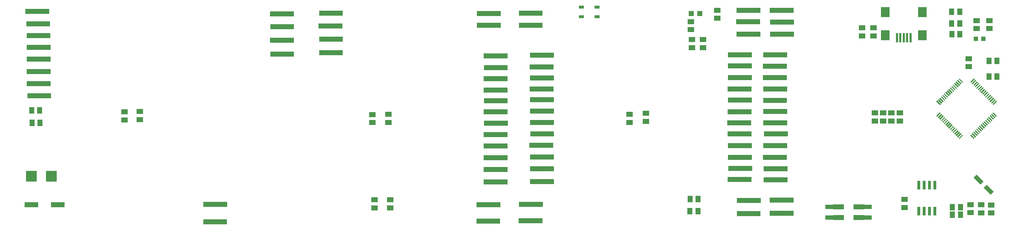
<source format=gbr>
G04 #@! TF.FileFunction,Paste,Top*
%FSLAX46Y46*%
G04 Gerber Fmt 4.6, Leading zero omitted, Abs format (unit mm)*
G04 Created by KiCad (PCBNEW 4.0.6) date 05/08/17 07:22:45*
%MOMM*%
%LPD*%
G01*
G04 APERTURE LIST*
%ADD10C,0.100000*%
%ADD11R,1.500000X1.300000*%
%ADD12R,1.300000X1.500000*%
%ADD13R,2.000000X2.400000*%
%ADD14R,0.500000X2.308000*%
%ADD15R,1.200000X1.200000*%
%ADD16R,0.660400X2.032000*%
%ADD17C,1.100000*%
%ADD18R,0.635000X1.270000*%
%ADD19R,1.100000X1.000000*%
%ADD20R,2.006600X1.092200*%
%ADD21R,2.540000X1.143000*%
%ADD22R,3.300000X1.300000*%
%ADD23R,2.540000X2.540000*%
%ADD24R,1.200000X0.700000*%
G04 APERTURE END LIST*
D10*
D11*
X260004500Y-125907700D03*
X260004500Y-127807700D03*
X262392100Y-125958500D03*
X262392100Y-127858500D03*
D12*
X253212500Y-126451300D03*
X255112500Y-126451300D03*
D13*
X246040300Y-85628300D03*
D14*
X243240300Y-86192300D03*
X242440300Y-86192300D03*
X241640300Y-86192300D03*
X240840300Y-86192300D03*
X240040300Y-86192300D03*
D13*
X246040300Y-80128300D03*
X237240300Y-85628300D03*
X237240300Y-80128300D03*
D15*
X191161900Y-80426500D03*
X193261900Y-80426500D03*
D12*
X253034700Y-80045500D03*
X254934700Y-80045500D03*
D11*
X241827100Y-124644700D03*
X241827100Y-126544700D03*
D12*
X253187100Y-128254700D03*
X255087100Y-128254700D03*
D11*
X257489900Y-127782300D03*
X257489900Y-125882300D03*
X234807700Y-104089100D03*
X234807700Y-105989100D03*
X231759700Y-85745300D03*
X231759700Y-83845300D03*
X176540100Y-104393900D03*
X176540100Y-106293900D03*
X115471300Y-104449900D03*
X115471300Y-106349900D03*
X56642300Y-103820300D03*
X56642300Y-105720300D03*
X191071100Y-82356700D03*
X191071100Y-84256700D03*
X234426700Y-85719900D03*
X234426700Y-83819900D03*
D16*
X249006300Y-121269700D03*
X249006300Y-127416500D03*
X247736300Y-121269700D03*
X246466300Y-121269700D03*
X247736300Y-127416500D03*
X246466300Y-127416500D03*
X245196300Y-121269700D03*
X245196300Y-127416500D03*
D10*
G36*
X249575143Y-104941688D02*
X249363011Y-104729556D01*
X250211539Y-103881028D01*
X250423671Y-104093160D01*
X249575143Y-104941688D01*
X249575143Y-104941688D01*
G37*
G36*
X249928696Y-105295242D02*
X249716564Y-105083110D01*
X250565092Y-104234582D01*
X250777224Y-104446714D01*
X249928696Y-105295242D01*
X249928696Y-105295242D01*
G37*
G36*
X250282250Y-105648795D02*
X250070118Y-105436663D01*
X250918646Y-104588135D01*
X251130778Y-104800267D01*
X250282250Y-105648795D01*
X250282250Y-105648795D01*
G37*
G36*
X250635803Y-106002348D02*
X250423671Y-105790216D01*
X251272199Y-104941688D01*
X251484331Y-105153820D01*
X250635803Y-106002348D01*
X250635803Y-106002348D01*
G37*
G36*
X250989356Y-106355902D02*
X250777224Y-106143770D01*
X251625752Y-105295242D01*
X251837884Y-105507374D01*
X250989356Y-106355902D01*
X250989356Y-106355902D01*
G37*
G36*
X251342910Y-106709455D02*
X251130778Y-106497323D01*
X251979306Y-105648795D01*
X252191438Y-105860927D01*
X251342910Y-106709455D01*
X251342910Y-106709455D01*
G37*
G36*
X251696463Y-107063009D02*
X251484331Y-106850877D01*
X252332859Y-106002349D01*
X252544991Y-106214481D01*
X251696463Y-107063009D01*
X251696463Y-107063009D01*
G37*
G36*
X252050017Y-107416562D02*
X251837885Y-107204430D01*
X252686413Y-106355902D01*
X252898545Y-106568034D01*
X252050017Y-107416562D01*
X252050017Y-107416562D01*
G37*
G36*
X252403570Y-107770115D02*
X252191438Y-107557983D01*
X253039966Y-106709455D01*
X253252098Y-106921587D01*
X252403570Y-107770115D01*
X252403570Y-107770115D01*
G37*
G36*
X252757123Y-108123669D02*
X252544991Y-107911537D01*
X253393519Y-107063009D01*
X253605651Y-107275141D01*
X252757123Y-108123669D01*
X252757123Y-108123669D01*
G37*
G36*
X253110677Y-108477222D02*
X252898545Y-108265090D01*
X253747073Y-107416562D01*
X253959205Y-107628694D01*
X253110677Y-108477222D01*
X253110677Y-108477222D01*
G37*
G36*
X253464230Y-108830776D02*
X253252098Y-108618644D01*
X254100626Y-107770116D01*
X254312758Y-107982248D01*
X253464230Y-108830776D01*
X253464230Y-108830776D01*
G37*
G36*
X253817784Y-109184329D02*
X253605652Y-108972197D01*
X254454180Y-108123669D01*
X254666312Y-108335801D01*
X253817784Y-109184329D01*
X253817784Y-109184329D01*
G37*
G36*
X254171337Y-109537882D02*
X253959205Y-109325750D01*
X254807733Y-108477222D01*
X255019865Y-108689354D01*
X254171337Y-109537882D01*
X254171337Y-109537882D01*
G37*
G36*
X254524890Y-109891436D02*
X254312758Y-109679304D01*
X255161286Y-108830776D01*
X255373418Y-109042908D01*
X254524890Y-109891436D01*
X254524890Y-109891436D01*
G37*
G36*
X254878444Y-110244989D02*
X254666312Y-110032857D01*
X255514840Y-109184329D01*
X255726972Y-109396461D01*
X254878444Y-110244989D01*
X254878444Y-110244989D01*
G37*
G36*
X258272556Y-110244989D02*
X257424028Y-109396461D01*
X257636160Y-109184329D01*
X258484688Y-110032857D01*
X258272556Y-110244989D01*
X258272556Y-110244989D01*
G37*
G36*
X258626110Y-109891436D02*
X257777582Y-109042908D01*
X257989714Y-108830776D01*
X258838242Y-109679304D01*
X258626110Y-109891436D01*
X258626110Y-109891436D01*
G37*
G36*
X258979663Y-109537882D02*
X258131135Y-108689354D01*
X258343267Y-108477222D01*
X259191795Y-109325750D01*
X258979663Y-109537882D01*
X258979663Y-109537882D01*
G37*
G36*
X259333216Y-109184329D02*
X258484688Y-108335801D01*
X258696820Y-108123669D01*
X259545348Y-108972197D01*
X259333216Y-109184329D01*
X259333216Y-109184329D01*
G37*
G36*
X259686770Y-108830776D02*
X258838242Y-107982248D01*
X259050374Y-107770116D01*
X259898902Y-108618644D01*
X259686770Y-108830776D01*
X259686770Y-108830776D01*
G37*
G36*
X260040323Y-108477222D02*
X259191795Y-107628694D01*
X259403927Y-107416562D01*
X260252455Y-108265090D01*
X260040323Y-108477222D01*
X260040323Y-108477222D01*
G37*
G36*
X260393877Y-108123669D02*
X259545349Y-107275141D01*
X259757481Y-107063009D01*
X260606009Y-107911537D01*
X260393877Y-108123669D01*
X260393877Y-108123669D01*
G37*
G36*
X260747430Y-107770115D02*
X259898902Y-106921587D01*
X260111034Y-106709455D01*
X260959562Y-107557983D01*
X260747430Y-107770115D01*
X260747430Y-107770115D01*
G37*
G36*
X261100983Y-107416562D02*
X260252455Y-106568034D01*
X260464587Y-106355902D01*
X261313115Y-107204430D01*
X261100983Y-107416562D01*
X261100983Y-107416562D01*
G37*
G36*
X261454537Y-107063009D02*
X260606009Y-106214481D01*
X260818141Y-106002349D01*
X261666669Y-106850877D01*
X261454537Y-107063009D01*
X261454537Y-107063009D01*
G37*
G36*
X261808090Y-106709455D02*
X260959562Y-105860927D01*
X261171694Y-105648795D01*
X262020222Y-106497323D01*
X261808090Y-106709455D01*
X261808090Y-106709455D01*
G37*
G36*
X262161644Y-106355902D02*
X261313116Y-105507374D01*
X261525248Y-105295242D01*
X262373776Y-106143770D01*
X262161644Y-106355902D01*
X262161644Y-106355902D01*
G37*
G36*
X262515197Y-106002348D02*
X261666669Y-105153820D01*
X261878801Y-104941688D01*
X262727329Y-105790216D01*
X262515197Y-106002348D01*
X262515197Y-106002348D01*
G37*
G36*
X262868750Y-105648795D02*
X262020222Y-104800267D01*
X262232354Y-104588135D01*
X263080882Y-105436663D01*
X262868750Y-105648795D01*
X262868750Y-105648795D01*
G37*
G36*
X263222304Y-105295242D02*
X262373776Y-104446714D01*
X262585908Y-104234582D01*
X263434436Y-105083110D01*
X263222304Y-105295242D01*
X263222304Y-105295242D01*
G37*
G36*
X263575857Y-104941688D02*
X262727329Y-104093160D01*
X262939461Y-103881028D01*
X263787989Y-104729556D01*
X263575857Y-104941688D01*
X263575857Y-104941688D01*
G37*
G36*
X262939461Y-102183972D02*
X262727329Y-101971840D01*
X263575857Y-101123312D01*
X263787989Y-101335444D01*
X262939461Y-102183972D01*
X262939461Y-102183972D01*
G37*
G36*
X262585908Y-101830418D02*
X262373776Y-101618286D01*
X263222304Y-100769758D01*
X263434436Y-100981890D01*
X262585908Y-101830418D01*
X262585908Y-101830418D01*
G37*
G36*
X262232354Y-101476865D02*
X262020222Y-101264733D01*
X262868750Y-100416205D01*
X263080882Y-100628337D01*
X262232354Y-101476865D01*
X262232354Y-101476865D01*
G37*
G36*
X261878801Y-101123312D02*
X261666669Y-100911180D01*
X262515197Y-100062652D01*
X262727329Y-100274784D01*
X261878801Y-101123312D01*
X261878801Y-101123312D01*
G37*
G36*
X261525248Y-100769758D02*
X261313116Y-100557626D01*
X262161644Y-99709098D01*
X262373776Y-99921230D01*
X261525248Y-100769758D01*
X261525248Y-100769758D01*
G37*
G36*
X261171694Y-100416205D02*
X260959562Y-100204073D01*
X261808090Y-99355545D01*
X262020222Y-99567677D01*
X261171694Y-100416205D01*
X261171694Y-100416205D01*
G37*
G36*
X260818141Y-100062651D02*
X260606009Y-99850519D01*
X261454537Y-99001991D01*
X261666669Y-99214123D01*
X260818141Y-100062651D01*
X260818141Y-100062651D01*
G37*
G36*
X260464587Y-99709098D02*
X260252455Y-99496966D01*
X261100983Y-98648438D01*
X261313115Y-98860570D01*
X260464587Y-99709098D01*
X260464587Y-99709098D01*
G37*
G36*
X260111034Y-99355545D02*
X259898902Y-99143413D01*
X260747430Y-98294885D01*
X260959562Y-98507017D01*
X260111034Y-99355545D01*
X260111034Y-99355545D01*
G37*
G36*
X259757481Y-99001991D02*
X259545349Y-98789859D01*
X260393877Y-97941331D01*
X260606009Y-98153463D01*
X259757481Y-99001991D01*
X259757481Y-99001991D01*
G37*
G36*
X259403927Y-98648438D02*
X259191795Y-98436306D01*
X260040323Y-97587778D01*
X260252455Y-97799910D01*
X259403927Y-98648438D01*
X259403927Y-98648438D01*
G37*
G36*
X259050374Y-98294884D02*
X258838242Y-98082752D01*
X259686770Y-97234224D01*
X259898902Y-97446356D01*
X259050374Y-98294884D01*
X259050374Y-98294884D01*
G37*
G36*
X258696820Y-97941331D02*
X258484688Y-97729199D01*
X259333216Y-96880671D01*
X259545348Y-97092803D01*
X258696820Y-97941331D01*
X258696820Y-97941331D01*
G37*
G36*
X258343267Y-97587778D02*
X258131135Y-97375646D01*
X258979663Y-96527118D01*
X259191795Y-96739250D01*
X258343267Y-97587778D01*
X258343267Y-97587778D01*
G37*
G36*
X257989714Y-97234224D02*
X257777582Y-97022092D01*
X258626110Y-96173564D01*
X258838242Y-96385696D01*
X257989714Y-97234224D01*
X257989714Y-97234224D01*
G37*
G36*
X257636160Y-96880671D02*
X257424028Y-96668539D01*
X258272556Y-95820011D01*
X258484688Y-96032143D01*
X257636160Y-96880671D01*
X257636160Y-96880671D01*
G37*
G36*
X255514840Y-96880671D02*
X254666312Y-96032143D01*
X254878444Y-95820011D01*
X255726972Y-96668539D01*
X255514840Y-96880671D01*
X255514840Y-96880671D01*
G37*
G36*
X255161286Y-97234224D02*
X254312758Y-96385696D01*
X254524890Y-96173564D01*
X255373418Y-97022092D01*
X255161286Y-97234224D01*
X255161286Y-97234224D01*
G37*
G36*
X254807733Y-97587778D02*
X253959205Y-96739250D01*
X254171337Y-96527118D01*
X255019865Y-97375646D01*
X254807733Y-97587778D01*
X254807733Y-97587778D01*
G37*
G36*
X254454180Y-97941331D02*
X253605652Y-97092803D01*
X253817784Y-96880671D01*
X254666312Y-97729199D01*
X254454180Y-97941331D01*
X254454180Y-97941331D01*
G37*
G36*
X254100626Y-98294884D02*
X253252098Y-97446356D01*
X253464230Y-97234224D01*
X254312758Y-98082752D01*
X254100626Y-98294884D01*
X254100626Y-98294884D01*
G37*
G36*
X253747073Y-98648438D02*
X252898545Y-97799910D01*
X253110677Y-97587778D01*
X253959205Y-98436306D01*
X253747073Y-98648438D01*
X253747073Y-98648438D01*
G37*
G36*
X253393519Y-99001991D02*
X252544991Y-98153463D01*
X252757123Y-97941331D01*
X253605651Y-98789859D01*
X253393519Y-99001991D01*
X253393519Y-99001991D01*
G37*
G36*
X253039966Y-99355545D02*
X252191438Y-98507017D01*
X252403570Y-98294885D01*
X253252098Y-99143413D01*
X253039966Y-99355545D01*
X253039966Y-99355545D01*
G37*
G36*
X252686413Y-99709098D02*
X251837885Y-98860570D01*
X252050017Y-98648438D01*
X252898545Y-99496966D01*
X252686413Y-99709098D01*
X252686413Y-99709098D01*
G37*
G36*
X252332859Y-100062651D02*
X251484331Y-99214123D01*
X251696463Y-99001991D01*
X252544991Y-99850519D01*
X252332859Y-100062651D01*
X252332859Y-100062651D01*
G37*
G36*
X251979306Y-100416205D02*
X251130778Y-99567677D01*
X251342910Y-99355545D01*
X252191438Y-100204073D01*
X251979306Y-100416205D01*
X251979306Y-100416205D01*
G37*
G36*
X251625752Y-100769758D02*
X250777224Y-99921230D01*
X250989356Y-99709098D01*
X251837884Y-100557626D01*
X251625752Y-100769758D01*
X251625752Y-100769758D01*
G37*
G36*
X251272199Y-101123312D02*
X250423671Y-100274784D01*
X250635803Y-100062652D01*
X251484331Y-100911180D01*
X251272199Y-101123312D01*
X251272199Y-101123312D01*
G37*
G36*
X250918646Y-101476865D02*
X250070118Y-100628337D01*
X250282250Y-100416205D01*
X251130778Y-101264733D01*
X250918646Y-101476865D01*
X250918646Y-101476865D01*
G37*
G36*
X250565092Y-101830418D02*
X249716564Y-100981890D01*
X249928696Y-100769758D01*
X250777224Y-101618286D01*
X250565092Y-101830418D01*
X250565092Y-101830418D01*
G37*
G36*
X250211539Y-102183972D02*
X249363011Y-101335444D01*
X249575143Y-101123312D01*
X250423671Y-101971840D01*
X250211539Y-102183972D01*
X250211539Y-102183972D01*
G37*
D17*
X211412500Y-90281700D03*
D18*
X211793500Y-90281700D03*
X212428500Y-90281700D03*
X211158500Y-90281700D03*
X210523500Y-90281700D03*
X209888500Y-90281700D03*
X213025400Y-90281700D03*
X213622300Y-90281700D03*
X209266200Y-90281700D03*
X208643900Y-90281700D03*
D17*
X213014500Y-82458500D03*
D18*
X213395500Y-82458500D03*
X214030500Y-82458500D03*
X212760500Y-82458500D03*
X212125500Y-82458500D03*
X211490500Y-82458500D03*
X214627400Y-82458500D03*
X215224300Y-82458500D03*
X210868200Y-82458500D03*
X210245900Y-82458500D03*
D17*
X203057700Y-90281700D03*
D18*
X203438700Y-90281700D03*
X204073700Y-90281700D03*
X202803700Y-90281700D03*
X202168700Y-90281700D03*
X201533700Y-90281700D03*
X204670600Y-90281700D03*
X205267500Y-90281700D03*
X200911400Y-90281700D03*
X200289100Y-90281700D03*
D17*
X205013500Y-82407700D03*
D18*
X205394500Y-82407700D03*
X206029500Y-82407700D03*
X204759500Y-82407700D03*
X204124500Y-82407700D03*
X203489500Y-82407700D03*
X206626400Y-82407700D03*
X207223300Y-82407700D03*
X202867200Y-82407700D03*
X202244900Y-82407700D03*
D17*
X156042300Y-90332500D03*
D18*
X156423300Y-90332500D03*
X157058300Y-90332500D03*
X155788300Y-90332500D03*
X155153300Y-90332500D03*
X154518300Y-90332500D03*
X157655200Y-90332500D03*
X158252100Y-90332500D03*
X153896000Y-90332500D03*
X153273700Y-90332500D03*
D17*
X153375300Y-80324900D03*
D18*
X153756300Y-80324900D03*
X154391300Y-80324900D03*
X153121300Y-80324900D03*
X152486300Y-80324900D03*
X151851300Y-80324900D03*
X154988200Y-80324900D03*
X155585100Y-80324900D03*
X151229000Y-80324900D03*
X150606700Y-80324900D03*
D17*
X145062300Y-90490100D03*
D18*
X145443300Y-90490100D03*
X146078300Y-90490100D03*
X144808300Y-90490100D03*
X144173300Y-90490100D03*
X143538300Y-90490100D03*
X146675200Y-90490100D03*
X147272100Y-90490100D03*
X142916000Y-90490100D03*
X142293700Y-90490100D03*
D17*
X143452700Y-80411500D03*
D18*
X143833700Y-80411500D03*
X144468700Y-80411500D03*
X143198700Y-80411500D03*
X142563700Y-80411500D03*
X141928700Y-80411500D03*
X145065600Y-80411500D03*
X145662500Y-80411500D03*
X141306400Y-80411500D03*
X140684100Y-80411500D03*
D17*
X211386100Y-103718300D03*
D18*
X211767100Y-103718300D03*
X212402100Y-103718300D03*
X211132100Y-103718300D03*
X210497100Y-103718300D03*
X209862100Y-103718300D03*
X212999000Y-103718300D03*
X213595900Y-103718300D03*
X209239800Y-103718300D03*
X208617500Y-103718300D03*
D17*
X202981500Y-103769100D03*
D18*
X203362500Y-103769100D03*
X203997500Y-103769100D03*
X202727500Y-103769100D03*
X202092500Y-103769100D03*
X201457500Y-103769100D03*
X204594400Y-103769100D03*
X205191300Y-103769100D03*
X200835200Y-103769100D03*
X200212900Y-103769100D03*
D17*
X211411500Y-106385300D03*
D18*
X211792500Y-106385300D03*
X212427500Y-106385300D03*
X211157500Y-106385300D03*
X210522500Y-106385300D03*
X209887500Y-106385300D03*
X213024400Y-106385300D03*
X213621300Y-106385300D03*
X209265200Y-106385300D03*
X208642900Y-106385300D03*
D17*
X202879900Y-106385300D03*
D18*
X203260900Y-106385300D03*
X203895900Y-106385300D03*
X202625900Y-106385300D03*
X201990900Y-106385300D03*
X201355900Y-106385300D03*
X204492800Y-106385300D03*
X205089700Y-106385300D03*
X200733600Y-106385300D03*
X200111300Y-106385300D03*
D17*
X156067700Y-106309100D03*
D18*
X156448700Y-106309100D03*
X157083700Y-106309100D03*
X155813700Y-106309100D03*
X155178700Y-106309100D03*
X154543700Y-106309100D03*
X157680600Y-106309100D03*
X158277500Y-106309100D03*
X153921400Y-106309100D03*
X153299100Y-106309100D03*
D17*
X145138500Y-106466700D03*
D18*
X145519500Y-106466700D03*
X146154500Y-106466700D03*
X144884500Y-106466700D03*
X144249500Y-106466700D03*
X143614500Y-106466700D03*
X146751400Y-106466700D03*
X147348300Y-106466700D03*
X142992200Y-106466700D03*
X142369900Y-106466700D03*
D17*
X211587500Y-109077700D03*
D18*
X211968500Y-109077700D03*
X212603500Y-109077700D03*
X211333500Y-109077700D03*
X210698500Y-109077700D03*
X210063500Y-109077700D03*
X213200400Y-109077700D03*
X213797300Y-109077700D03*
X209441200Y-109077700D03*
X208818900Y-109077700D03*
D17*
X202981500Y-109026900D03*
D18*
X203362500Y-109026900D03*
X203997500Y-109026900D03*
X202727500Y-109026900D03*
X202092500Y-109026900D03*
X201457500Y-109026900D03*
X204594400Y-109026900D03*
X205191300Y-109026900D03*
X200835200Y-109026900D03*
X200212900Y-109026900D03*
D17*
X156093100Y-109077700D03*
D18*
X156474100Y-109077700D03*
X157109100Y-109077700D03*
X155839100Y-109077700D03*
X155204100Y-109077700D03*
X154569100Y-109077700D03*
X157706000Y-109077700D03*
X158302900Y-109077700D03*
X153946800Y-109077700D03*
X153324500Y-109077700D03*
D17*
X145011500Y-109235300D03*
D18*
X145392500Y-109235300D03*
X146027500Y-109235300D03*
X144757500Y-109235300D03*
X144122500Y-109235300D03*
X143487500Y-109235300D03*
X146624400Y-109235300D03*
X147221300Y-109235300D03*
X142865200Y-109235300D03*
X142242900Y-109235300D03*
D17*
X145062300Y-95900300D03*
D18*
X145443300Y-95900300D03*
X146078300Y-95900300D03*
X144808300Y-95900300D03*
X144173300Y-95900300D03*
X143538300Y-95900300D03*
X146675200Y-95900300D03*
X147272100Y-95900300D03*
X142916000Y-95900300D03*
X142293700Y-95900300D03*
D17*
X145036900Y-120512900D03*
D18*
X145417900Y-120512900D03*
X146052900Y-120512900D03*
X144782900Y-120512900D03*
X144147900Y-120512900D03*
X143512900Y-120512900D03*
X146649800Y-120512900D03*
X147246700Y-120512900D03*
X142890600Y-120512900D03*
X142268300Y-120512900D03*
D17*
X145011500Y-103799700D03*
D18*
X145392500Y-103799700D03*
X146027500Y-103799700D03*
X144757500Y-103799700D03*
X144122500Y-103799700D03*
X143487500Y-103799700D03*
X146624400Y-103799700D03*
X147221300Y-103799700D03*
X142865200Y-103799700D03*
X142242900Y-103799700D03*
D17*
X145036900Y-111902300D03*
D18*
X145417900Y-111902300D03*
X146052900Y-111902300D03*
X144782900Y-111902300D03*
X144147900Y-111902300D03*
X143512900Y-111902300D03*
X146649800Y-111902300D03*
X147246700Y-111902300D03*
X142890600Y-111902300D03*
X142268300Y-111902300D03*
D17*
X211338100Y-92948700D03*
D18*
X211719100Y-92948700D03*
X212354100Y-92948700D03*
X211084100Y-92948700D03*
X210449100Y-92948700D03*
X209814100Y-92948700D03*
X212951000Y-92948700D03*
X213547900Y-92948700D03*
X209191800Y-92948700D03*
X208569500Y-92948700D03*
D17*
X203006900Y-92897900D03*
D18*
X203387900Y-92897900D03*
X204022900Y-92897900D03*
X202752900Y-92897900D03*
X202117900Y-92897900D03*
X201482900Y-92897900D03*
X204619800Y-92897900D03*
X205216700Y-92897900D03*
X200860600Y-92897900D03*
X200238300Y-92897900D03*
D17*
X211361700Y-114614900D03*
D18*
X211742700Y-114614900D03*
X212377700Y-114614900D03*
X211107700Y-114614900D03*
X210472700Y-114614900D03*
X209837700Y-114614900D03*
X212974600Y-114614900D03*
X213571500Y-114614900D03*
X209215400Y-114614900D03*
X208593100Y-114614900D03*
D17*
X203057700Y-114614900D03*
D18*
X203438700Y-114614900D03*
X204073700Y-114614900D03*
X202803700Y-114614900D03*
X202168700Y-114614900D03*
X201533700Y-114614900D03*
X204670600Y-114614900D03*
X205267500Y-114614900D03*
X200911400Y-114614900D03*
X200289100Y-114614900D03*
D17*
X156016900Y-114513300D03*
D18*
X156397900Y-114513300D03*
X157032900Y-114513300D03*
X155762900Y-114513300D03*
X155127900Y-114513300D03*
X154492900Y-114513300D03*
X157629800Y-114513300D03*
X158226700Y-114513300D03*
X153870600Y-114513300D03*
X153248300Y-114513300D03*
D17*
X145036900Y-114696300D03*
D18*
X145417900Y-114696300D03*
X146052900Y-114696300D03*
X144782900Y-114696300D03*
X144147900Y-114696300D03*
X143512900Y-114696300D03*
X146649800Y-114696300D03*
X147246700Y-114696300D03*
X142890600Y-114696300D03*
X142268300Y-114696300D03*
D17*
X211388900Y-98384300D03*
D18*
X211769900Y-98384300D03*
X212404900Y-98384300D03*
X211134900Y-98384300D03*
X210499900Y-98384300D03*
X209864900Y-98384300D03*
X213001800Y-98384300D03*
X213598700Y-98384300D03*
X209242600Y-98384300D03*
X208620300Y-98384300D03*
D17*
X202981500Y-98409700D03*
D18*
X203362500Y-98409700D03*
X203997500Y-98409700D03*
X202727500Y-98409700D03*
X202092500Y-98409700D03*
X201457500Y-98409700D03*
X204594400Y-98409700D03*
X205191300Y-98409700D03*
X200835200Y-98409700D03*
X200212900Y-98409700D03*
D17*
X155966100Y-98409700D03*
D18*
X156347100Y-98409700D03*
X156982100Y-98409700D03*
X155712100Y-98409700D03*
X155077100Y-98409700D03*
X154442100Y-98409700D03*
X157579000Y-98409700D03*
X158175900Y-98409700D03*
X153819800Y-98409700D03*
X153197500Y-98409700D03*
D17*
X145062300Y-98592700D03*
D18*
X145443300Y-98592700D03*
X146078300Y-98592700D03*
X144808300Y-98592700D03*
X144173300Y-98592700D03*
X143538300Y-98592700D03*
X146675200Y-98592700D03*
X147272100Y-98592700D03*
X142916000Y-98592700D03*
X142293700Y-98592700D03*
D17*
X213014500Y-85354100D03*
D18*
X213395500Y-85354100D03*
X214030500Y-85354100D03*
X212760500Y-85354100D03*
X212125500Y-85354100D03*
X211490500Y-85354100D03*
X214627400Y-85354100D03*
X215224300Y-85354100D03*
X210868200Y-85354100D03*
X210245900Y-85354100D03*
D17*
X212963700Y-127949900D03*
D18*
X213344700Y-127949900D03*
X213979700Y-127949900D03*
X212709700Y-127949900D03*
X212074700Y-127949900D03*
X211439700Y-127949900D03*
X214576600Y-127949900D03*
X215173500Y-127949900D03*
X210817400Y-127949900D03*
X210195100Y-127949900D03*
D17*
X212963700Y-124825700D03*
D18*
X213344700Y-124825700D03*
X213979700Y-124825700D03*
X212709700Y-124825700D03*
X212074700Y-124825700D03*
X211439700Y-124825700D03*
X214576600Y-124825700D03*
X215173500Y-124825700D03*
X210817400Y-124825700D03*
X210195100Y-124825700D03*
D17*
X205038900Y-85354100D03*
D18*
X205419900Y-85354100D03*
X206054900Y-85354100D03*
X204784900Y-85354100D03*
X204149900Y-85354100D03*
X203514900Y-85354100D03*
X206651800Y-85354100D03*
X207248700Y-85354100D03*
X202892600Y-85354100D03*
X202270300Y-85354100D03*
D17*
X205115100Y-127975300D03*
D18*
X205496100Y-127975300D03*
X206131100Y-127975300D03*
X204861100Y-127975300D03*
X204226100Y-127975300D03*
X203591100Y-127975300D03*
X206728000Y-127975300D03*
X207324900Y-127975300D03*
X202968800Y-127975300D03*
X202346500Y-127975300D03*
D17*
X205165900Y-124876500D03*
D18*
X205546900Y-124876500D03*
X206181900Y-124876500D03*
X204911900Y-124876500D03*
X204276900Y-124876500D03*
X203641900Y-124876500D03*
X206778800Y-124876500D03*
X207375700Y-124876500D03*
X203019600Y-124876500D03*
X202397300Y-124876500D03*
D17*
X143308700Y-129776100D03*
D18*
X143689700Y-129776100D03*
X144324700Y-129776100D03*
X143054700Y-129776100D03*
X142419700Y-129776100D03*
X141784700Y-129776100D03*
X144921600Y-129776100D03*
X145518500Y-129776100D03*
X141162400Y-129776100D03*
X140540100Y-129776100D03*
D17*
X143351700Y-125931900D03*
D18*
X143732700Y-125931900D03*
X144367700Y-125931900D03*
X143097700Y-125931900D03*
X142462700Y-125931900D03*
X141827700Y-125931900D03*
X144964600Y-125931900D03*
X145561500Y-125931900D03*
X141205400Y-125931900D03*
X140583100Y-125931900D03*
D17*
X153375300Y-83245900D03*
D18*
X153756300Y-83245900D03*
X154391300Y-83245900D03*
X153121300Y-83245900D03*
X152486300Y-83245900D03*
X151851300Y-83245900D03*
X154988200Y-83245900D03*
X155585100Y-83245900D03*
X151229000Y-83245900D03*
X150606700Y-83245900D03*
D17*
X153349900Y-129702500D03*
D18*
X153730900Y-129702500D03*
X154365900Y-129702500D03*
X153095900Y-129702500D03*
X152460900Y-129702500D03*
X151825900Y-129702500D03*
X154962800Y-129702500D03*
X155559700Y-129702500D03*
X151203600Y-129702500D03*
X150581300Y-129702500D03*
D17*
X153400700Y-125790900D03*
D18*
X153781700Y-125790900D03*
X154416700Y-125790900D03*
X153146700Y-125790900D03*
X152511700Y-125790900D03*
X151876700Y-125790900D03*
X155013600Y-125790900D03*
X155610500Y-125790900D03*
X151254400Y-125790900D03*
X150632100Y-125790900D03*
D17*
X155966100Y-93126500D03*
D18*
X156347100Y-93126500D03*
X156982100Y-93126500D03*
X155712100Y-93126500D03*
X155077100Y-93126500D03*
X154442100Y-93126500D03*
X157579000Y-93126500D03*
X158175900Y-93126500D03*
X153819800Y-93126500D03*
X153197500Y-93126500D03*
D17*
X156042300Y-95742700D03*
D18*
X156423300Y-95742700D03*
X157058300Y-95742700D03*
X155788300Y-95742700D03*
X155153300Y-95742700D03*
X154518300Y-95742700D03*
X157655200Y-95742700D03*
X158252100Y-95742700D03*
X153896000Y-95742700D03*
X153273700Y-95742700D03*
D17*
X156016900Y-103642100D03*
D18*
X156397900Y-103642100D03*
X157032900Y-103642100D03*
X155762900Y-103642100D03*
X155127900Y-103642100D03*
X154492900Y-103642100D03*
X157629800Y-103642100D03*
X158226700Y-103642100D03*
X153870600Y-103642100D03*
X153248300Y-103642100D03*
D17*
X155864500Y-111770100D03*
D18*
X156245500Y-111770100D03*
X156880500Y-111770100D03*
X155610500Y-111770100D03*
X154975500Y-111770100D03*
X154340500Y-111770100D03*
X157477400Y-111770100D03*
X158074300Y-111770100D03*
X153718200Y-111770100D03*
X153095900Y-111770100D03*
D17*
X156067700Y-120431500D03*
D18*
X156448700Y-120431500D03*
X157083700Y-120431500D03*
X155813700Y-120431500D03*
X155178700Y-120431500D03*
X154543700Y-120431500D03*
X157680600Y-120431500D03*
X158277500Y-120431500D03*
X153921400Y-120431500D03*
X153299100Y-120431500D03*
D17*
X145087700Y-93309500D03*
D18*
X145468700Y-93309500D03*
X146103700Y-93309500D03*
X144833700Y-93309500D03*
X144198700Y-93309500D03*
X143563700Y-93309500D03*
X146700600Y-93309500D03*
X147297500Y-93309500D03*
X142941400Y-93309500D03*
X142319100Y-93309500D03*
D11*
X180451700Y-106065300D03*
X180451700Y-104165300D03*
X119281300Y-106324500D03*
X119281300Y-104424500D03*
X60274500Y-105644100D03*
X60274500Y-103744100D03*
D12*
X261899300Y-95412500D03*
X263799300Y-95412500D03*
X263773900Y-91729500D03*
X261873900Y-91729500D03*
D19*
X258798900Y-86420900D03*
X260498900Y-86420900D03*
D11*
X262011100Y-83992700D03*
X262011100Y-82092700D03*
X258937700Y-83992700D03*
X258937700Y-82092700D03*
D17*
X212963700Y-79664500D03*
D18*
X213344700Y-79664500D03*
X213979700Y-79664500D03*
X212709700Y-79664500D03*
X212074700Y-79664500D03*
X211439700Y-79664500D03*
X214576600Y-79664500D03*
X215173500Y-79664500D03*
X210817400Y-79664500D03*
X210195100Y-79664500D03*
D17*
X211510300Y-119948900D03*
D18*
X211891300Y-119948900D03*
X212526300Y-119948900D03*
X211256300Y-119948900D03*
X210621300Y-119948900D03*
X209986300Y-119948900D03*
X213123200Y-119948900D03*
X213720100Y-119948900D03*
X209364000Y-119948900D03*
X208741700Y-119948900D03*
D17*
X211397900Y-111846300D03*
D18*
X211778900Y-111846300D03*
X212413900Y-111846300D03*
X211143900Y-111846300D03*
X210508900Y-111846300D03*
X209873900Y-111846300D03*
X213010800Y-111846300D03*
X213607700Y-111846300D03*
X209251600Y-111846300D03*
X208629300Y-111846300D03*
D17*
X205038900Y-79639100D03*
D18*
X205419900Y-79639100D03*
X206054900Y-79639100D03*
X204784900Y-79639100D03*
X204149900Y-79639100D03*
X203514900Y-79639100D03*
X206651800Y-79639100D03*
X207248700Y-79639100D03*
X202892600Y-79639100D03*
X202270300Y-79639100D03*
D17*
X202981500Y-119898100D03*
D18*
X203362500Y-119898100D03*
X203997500Y-119898100D03*
X202727500Y-119898100D03*
X202092500Y-119898100D03*
X201457500Y-119898100D03*
X204594400Y-119898100D03*
X205191300Y-119898100D03*
X200835200Y-119898100D03*
X200212900Y-119898100D03*
D17*
X203057700Y-111846300D03*
D18*
X203438700Y-111846300D03*
X204073700Y-111846300D03*
X202803700Y-111846300D03*
X202168700Y-111846300D03*
X201533700Y-111846300D03*
X204670600Y-111846300D03*
X205267500Y-111846300D03*
X200911400Y-111846300D03*
X200289100Y-111846300D03*
D11*
X257083500Y-93060500D03*
X257083500Y-91160500D03*
D12*
X253060100Y-85303300D03*
X254960100Y-85303300D03*
X254934700Y-82763300D03*
X253034700Y-82763300D03*
X190931700Y-124571700D03*
X192831700Y-124571700D03*
D11*
X197393500Y-81528900D03*
X197393500Y-79628900D03*
D12*
X190880900Y-127452900D03*
X192780900Y-127452900D03*
D17*
X143426900Y-83259900D03*
D18*
X143807900Y-83259900D03*
X144442900Y-83259900D03*
X143172900Y-83259900D03*
X142537900Y-83259900D03*
X141902900Y-83259900D03*
X145039800Y-83259900D03*
X145636700Y-83259900D03*
X141280600Y-83259900D03*
X140658300Y-83259900D03*
D20*
X233041700Y-128965900D03*
X224050100Y-128965900D03*
X224050100Y-126425900D03*
X233041700Y-126425900D03*
D21*
X230958900Y-126425900D03*
X230958900Y-128965900D03*
X226132900Y-126425900D03*
X226132900Y-128965900D03*
D11*
X236738100Y-104089100D03*
X236738100Y-105989100D03*
D17*
X211338100Y-95641100D03*
D18*
X211719100Y-95641100D03*
X212354100Y-95641100D03*
X211084100Y-95641100D03*
X210449100Y-95641100D03*
X209814100Y-95641100D03*
X212951000Y-95641100D03*
X213547900Y-95641100D03*
X209191800Y-95641100D03*
X208569500Y-95641100D03*
D17*
X203057700Y-95666500D03*
D18*
X203438700Y-95666500D03*
X204073700Y-95666500D03*
X202803700Y-95666500D03*
X202168700Y-95666500D03*
X201533700Y-95666500D03*
X204670600Y-95666500D03*
X205267500Y-95666500D03*
X200911400Y-95666500D03*
X200289100Y-95666500D03*
D17*
X211484900Y-117307300D03*
D18*
X211865900Y-117307300D03*
X212500900Y-117307300D03*
X211230900Y-117307300D03*
X210595900Y-117307300D03*
X209960900Y-117307300D03*
X213097800Y-117307300D03*
X213694700Y-117307300D03*
X209338600Y-117307300D03*
X208716300Y-117307300D03*
D17*
X203108500Y-117281900D03*
D18*
X203489500Y-117281900D03*
X204124500Y-117281900D03*
X202854500Y-117281900D03*
X202219500Y-117281900D03*
X201584500Y-117281900D03*
X204721400Y-117281900D03*
X205318300Y-117281900D03*
X200962200Y-117281900D03*
X200339900Y-117281900D03*
D17*
X156042300Y-117307300D03*
D18*
X156423300Y-117307300D03*
X157058300Y-117307300D03*
X155788300Y-117307300D03*
X155153300Y-117307300D03*
X154518300Y-117307300D03*
X157655200Y-117307300D03*
X158252100Y-117307300D03*
X153896000Y-117307300D03*
X153273700Y-117307300D03*
D17*
X145011500Y-117490300D03*
D18*
X145392500Y-117490300D03*
X146027500Y-117490300D03*
X144757500Y-117490300D03*
X144122500Y-117490300D03*
X143487500Y-117490300D03*
X146624400Y-117490300D03*
X147221300Y-117490300D03*
X142865200Y-117490300D03*
X142242900Y-117490300D03*
D17*
X211374300Y-101051300D03*
D18*
X211755300Y-101051300D03*
X212390300Y-101051300D03*
X211120300Y-101051300D03*
X210485300Y-101051300D03*
X209850300Y-101051300D03*
X212987200Y-101051300D03*
X213584100Y-101051300D03*
X209228000Y-101051300D03*
X208605700Y-101051300D03*
D17*
X203006900Y-100975100D03*
D18*
X203387900Y-100975100D03*
X204022900Y-100975100D03*
X202752900Y-100975100D03*
X202117900Y-100975100D03*
X201482900Y-100975100D03*
X204619800Y-100975100D03*
X205216700Y-100975100D03*
X200860600Y-100975100D03*
X200238300Y-100975100D03*
D17*
X156067700Y-100949700D03*
D18*
X156448700Y-100949700D03*
X157083700Y-100949700D03*
X155813700Y-100949700D03*
X155178700Y-100949700D03*
X154543700Y-100949700D03*
X157680600Y-100949700D03*
X158277500Y-100949700D03*
X153921400Y-100949700D03*
X153299100Y-100949700D03*
D17*
X145087700Y-101158100D03*
D18*
X145468700Y-101158100D03*
X146103700Y-101158100D03*
X144833700Y-101158100D03*
X144198700Y-101158100D03*
X143563700Y-101158100D03*
X146700600Y-101158100D03*
X147297500Y-101158100D03*
X142941400Y-101158100D03*
X142319100Y-101158100D03*
D11*
X238719300Y-105989100D03*
X238719300Y-104089100D03*
X240700500Y-105989100D03*
X240700500Y-104089100D03*
X193984300Y-86615500D03*
X193984300Y-88515500D03*
X191351300Y-86648900D03*
X191351300Y-88548900D03*
D12*
X36595300Y-106399900D03*
X34695300Y-106399900D03*
X36537900Y-103472300D03*
X34637900Y-103472300D03*
D11*
X119741100Y-124714900D03*
X119741100Y-126614900D03*
X116019500Y-124722300D03*
X116019500Y-126622300D03*
D17*
X78462700Y-125832900D03*
D18*
X78843700Y-125832900D03*
X79478700Y-125832900D03*
X78208700Y-125832900D03*
X77573700Y-125832900D03*
X76938700Y-125832900D03*
X80075600Y-125832900D03*
X80672500Y-125832900D03*
X76316400Y-125832900D03*
X75694100Y-125832900D03*
D17*
X78444500Y-129966900D03*
D18*
X78825500Y-129966900D03*
X79460500Y-129966900D03*
X78190500Y-129966900D03*
X77555500Y-129966900D03*
X76920500Y-129966900D03*
X80057400Y-129966900D03*
X80654300Y-129966900D03*
X76298200Y-129966900D03*
X75675900Y-129966900D03*
D10*
G36*
X262978908Y-122780601D02*
X262271801Y-123487708D01*
X260645456Y-121861363D01*
X261352563Y-121154256D01*
X262978908Y-122780601D01*
X262978908Y-122780601D01*
G37*
G36*
X260557067Y-120358760D02*
X259849960Y-121065867D01*
X258223615Y-119439522D01*
X258930722Y-118732415D01*
X260557067Y-120358760D01*
X260557067Y-120358760D01*
G37*
D17*
X105812100Y-83378900D03*
D18*
X106193100Y-83378900D03*
X106828100Y-83378900D03*
X105558100Y-83378900D03*
X104923100Y-83378900D03*
X104288100Y-83378900D03*
X107425000Y-83378900D03*
X108021900Y-83378900D03*
X103665800Y-83378900D03*
X103043500Y-83378900D03*
D17*
X105967100Y-80342900D03*
D18*
X106348100Y-80342900D03*
X106983100Y-80342900D03*
X105713100Y-80342900D03*
X105078100Y-80342900D03*
X104443100Y-80342900D03*
X107580000Y-80342900D03*
X108176900Y-80342900D03*
X103820800Y-80342900D03*
X103198500Y-80342900D03*
D17*
X94338100Y-86737900D03*
D18*
X94719100Y-86737900D03*
X95354100Y-86737900D03*
X94084100Y-86737900D03*
X93449100Y-86737900D03*
X92814100Y-86737900D03*
X95951000Y-86737900D03*
X96547900Y-86737900D03*
X92191800Y-86737900D03*
X91569500Y-86737900D03*
D17*
X94371100Y-90044900D03*
D18*
X94752100Y-90044900D03*
X95387100Y-90044900D03*
X94117100Y-90044900D03*
X93482100Y-90044900D03*
X92847100Y-90044900D03*
X95984000Y-90044900D03*
X96580900Y-90044900D03*
X92224800Y-90044900D03*
X91602500Y-90044900D03*
D17*
X105967100Y-86521900D03*
D18*
X106348100Y-86521900D03*
X106983100Y-86521900D03*
X105713100Y-86521900D03*
X105078100Y-86521900D03*
X104443100Y-86521900D03*
X107580000Y-86521900D03*
X108176900Y-86521900D03*
X103820800Y-86521900D03*
X103198500Y-86521900D03*
D17*
X94313100Y-80550900D03*
D18*
X94694100Y-80550900D03*
X95329100Y-80550900D03*
X94059100Y-80550900D03*
X93424100Y-80550900D03*
X92789100Y-80550900D03*
X95926000Y-80550900D03*
X96522900Y-80550900D03*
X92166800Y-80550900D03*
X91544500Y-80550900D03*
D17*
X94363100Y-83584900D03*
D18*
X94744100Y-83584900D03*
X95379100Y-83584900D03*
X94109100Y-83584900D03*
X93474100Y-83584900D03*
X92839100Y-83584900D03*
X95976000Y-83584900D03*
X96572900Y-83584900D03*
X92216800Y-83584900D03*
X91594500Y-83584900D03*
D17*
X105966100Y-89744900D03*
D18*
X106347100Y-89744900D03*
X106982100Y-89744900D03*
X105712100Y-89744900D03*
X105077100Y-89744900D03*
X104442100Y-89744900D03*
X107579000Y-89744900D03*
X108175900Y-89744900D03*
X103819800Y-89744900D03*
X103197500Y-89744900D03*
D17*
X36267100Y-79918900D03*
D18*
X36648100Y-79918900D03*
X37283100Y-79918900D03*
X36013100Y-79918900D03*
X35378100Y-79918900D03*
X34743100Y-79918900D03*
X37880000Y-79918900D03*
X38476900Y-79918900D03*
X34120800Y-79918900D03*
X33498500Y-79918900D03*
D17*
X36453100Y-82863900D03*
D18*
X36834100Y-82863900D03*
X37469100Y-82863900D03*
X36199100Y-82863900D03*
X35564100Y-82863900D03*
X34929100Y-82863900D03*
X38066000Y-82863900D03*
X38662900Y-82863900D03*
X34306800Y-82863900D03*
X33684500Y-82863900D03*
D17*
X36565100Y-91288900D03*
D18*
X36946100Y-91288900D03*
X37581100Y-91288900D03*
X36311100Y-91288900D03*
X35676100Y-91288900D03*
X35041100Y-91288900D03*
X38178000Y-91288900D03*
X38774900Y-91288900D03*
X34418800Y-91288900D03*
X33796500Y-91288900D03*
D17*
X36554100Y-94266900D03*
D18*
X36935100Y-94266900D03*
X37570100Y-94266900D03*
X36300100Y-94266900D03*
X35665100Y-94266900D03*
X35030100Y-94266900D03*
X38167000Y-94266900D03*
X38763900Y-94266900D03*
X34407800Y-94266900D03*
X33785500Y-94266900D03*
D17*
X36532100Y-85706900D03*
D18*
X36913100Y-85706900D03*
X37548100Y-85706900D03*
X36278100Y-85706900D03*
X35643100Y-85706900D03*
X35008100Y-85706900D03*
X38145000Y-85706900D03*
X38741900Y-85706900D03*
X34385800Y-85706900D03*
X33763500Y-85706900D03*
D17*
X36704100Y-99946900D03*
D18*
X37085100Y-99946900D03*
X37720100Y-99946900D03*
X36450100Y-99946900D03*
X35815100Y-99946900D03*
X35180100Y-99946900D03*
X38317000Y-99946900D03*
X38913900Y-99946900D03*
X34557800Y-99946900D03*
X33935500Y-99946900D03*
D17*
X36555100Y-97130900D03*
D18*
X36936100Y-97130900D03*
X37571100Y-97130900D03*
X36301100Y-97130900D03*
X35666100Y-97130900D03*
X35031100Y-97130900D03*
X38168000Y-97130900D03*
X38764900Y-97130900D03*
X34408800Y-97130900D03*
X33786500Y-97130900D03*
D17*
X36569100Y-88491900D03*
D18*
X36950100Y-88491900D03*
X37585100Y-88491900D03*
X36315100Y-88491900D03*
X35680100Y-88491900D03*
X35045100Y-88491900D03*
X38182000Y-88491900D03*
X38778900Y-88491900D03*
X34422800Y-88491900D03*
X33800500Y-88491900D03*
D22*
X40803100Y-125882900D03*
X34553100Y-125882900D03*
D23*
X34582600Y-119081900D03*
X39281600Y-119081900D03*
D24*
X165110100Y-81154900D03*
X168810100Y-81154900D03*
X165142100Y-78879900D03*
X168842100Y-78879900D03*
M02*

</source>
